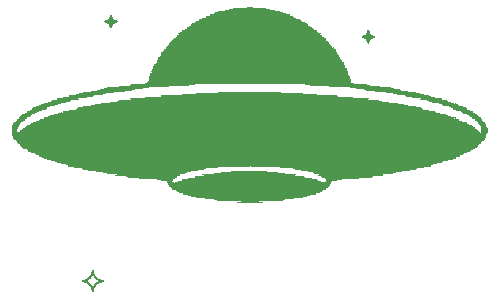
<source format=gts>
G04*
G04 #@! TF.GenerationSoftware,Altium Limited,Altium Designer,21.8.1 (53)*
G04*
G04 Layer_Color=8388736*
%FSLAX25Y25*%
%MOIN*%
G70*
G04*
G04 #@! TF.SameCoordinates,45F2FB6D-C354-490B-B6FA-590C3EB5E4E4*
G04*
G04*
G04 #@! TF.FilePolarity,Negative*
G04*
G01*
G75*
%ADD10C,0.00800*%
G36*
X156682Y165344D02*
X156175D01*
Y165243D01*
X158103D01*
Y165141D01*
X160945D01*
Y165040D01*
X161351D01*
Y164735D01*
X162163D01*
Y164634D01*
X163584D01*
Y164532D01*
X163889D01*
Y164228D01*
X164498D01*
Y164126D01*
X165716D01*
Y164025D01*
X165817D01*
Y163923D01*
X165716D01*
Y163822D01*
X165817D01*
Y163720D01*
X165919D01*
Y163822D01*
X166122D01*
Y163720D01*
X166731D01*
Y163619D01*
X167543D01*
Y163314D01*
X167644D01*
Y163213D01*
X168456D01*
Y163111D01*
X168862D01*
Y162502D01*
X169370D01*
Y162401D01*
X169878D01*
Y162096D01*
X169979D01*
Y161995D01*
X170080D01*
Y162096D01*
X170182D01*
Y161995D01*
X170791D01*
Y161893D01*
X170994D01*
Y161690D01*
X170893D01*
Y161589D01*
X171197D01*
Y161792D01*
X171096D01*
Y161893D01*
X171400D01*
Y161589D01*
X171502D01*
Y161487D01*
X172110D01*
Y161386D01*
X172415D01*
Y161081D01*
X172517D01*
Y160980D01*
X173024D01*
Y160574D01*
X173531D01*
Y160472D01*
X173937D01*
Y160168D01*
X174039D01*
Y160066D01*
X174648D01*
Y159965D01*
X174851D01*
Y159863D01*
X174952D01*
Y159965D01*
X175054D01*
Y159863D01*
X175156D01*
Y159762D01*
X175054D01*
Y159660D01*
X174952D01*
Y159762D01*
X174851D01*
Y159660D01*
X174750D01*
Y159457D01*
X175054D01*
Y159356D01*
X175257D01*
Y159254D01*
X175663D01*
Y158848D01*
X176171D01*
Y158747D01*
X176272D01*
Y158442D01*
X176577D01*
Y158341D01*
X176678D01*
Y158239D01*
X177084D01*
Y157934D01*
X177186D01*
Y157833D01*
X177795D01*
Y157731D01*
X177896D01*
Y157427D01*
X177998D01*
Y157325D01*
X178404D01*
Y156920D01*
X178810D01*
Y156818D01*
X178911D01*
Y156717D01*
X179216D01*
Y156514D01*
X178911D01*
Y156209D01*
X179114D01*
Y156310D01*
X179216D01*
Y156209D01*
X179317D01*
Y156107D01*
X179723D01*
Y155701D01*
X179825D01*
Y155600D01*
X180028D01*
Y155499D01*
X180129D01*
Y155600D01*
X180434D01*
Y155296D01*
X180535D01*
Y155194D01*
X180637D01*
Y155093D01*
X180941D01*
Y154788D01*
X181043D01*
Y154585D01*
X181449D01*
Y154179D01*
X181550D01*
Y154077D01*
X181652D01*
Y153773D01*
X181956D01*
Y153672D01*
X182058D01*
Y153570D01*
X182159D01*
Y153367D01*
X182058D01*
Y153062D01*
X182464D01*
Y152961D01*
X182565D01*
Y152555D01*
X182870D01*
Y152453D01*
X182971D01*
Y152048D01*
X183073D01*
Y151946D01*
X183377D01*
Y152048D01*
X183580D01*
Y151946D01*
X183682D01*
Y151540D01*
X183783D01*
Y151438D01*
X184189D01*
Y151032D01*
X184291D01*
Y150626D01*
X184595D01*
Y150525D01*
X184697D01*
Y149814D01*
X185103D01*
Y149408D01*
X185204D01*
Y149205D01*
X185306D01*
Y149104D01*
X185204D01*
Y149002D01*
X185306D01*
Y148901D01*
X185610D01*
Y148799D01*
X185712D01*
Y148292D01*
X186118D01*
Y147886D01*
X186219D01*
Y147378D01*
X186625D01*
Y147480D01*
X186727D01*
Y147378D01*
X186828D01*
Y146668D01*
X186930D01*
Y146160D01*
X187336D01*
Y145653D01*
X187437D01*
Y145247D01*
X187742D01*
Y145145D01*
X187843D01*
Y144638D01*
X187945D01*
Y144232D01*
X188249D01*
Y144130D01*
X188351D01*
Y143014D01*
X188452D01*
Y142912D01*
X188554D01*
Y143014D01*
X188757D01*
Y142506D01*
X188858D01*
Y141593D01*
X188960D01*
Y141491D01*
X189061D01*
Y141593D01*
X189163D01*
Y141491D01*
X189264D01*
Y140476D01*
X189366D01*
Y140273D01*
X190178D01*
Y140172D01*
X190279D01*
Y140273D01*
X190482D01*
Y140172D01*
X190584D01*
Y140070D01*
X190482D01*
Y139969D01*
X190888D01*
Y139867D01*
X193223D01*
Y139766D01*
X194745D01*
Y139664D01*
X194948D01*
Y139766D01*
X195050D01*
Y139563D01*
X194745D01*
Y139461D01*
X195557D01*
Y139360D01*
X197993D01*
Y139258D01*
X198095D01*
Y139360D01*
X198196D01*
Y139258D01*
X199516D01*
Y139055D01*
X199414D01*
Y138954D01*
X200023D01*
Y138852D01*
X202053D01*
Y138751D01*
X202764D01*
Y138446D01*
X203678D01*
Y138345D01*
X205200D01*
Y138243D01*
X205809D01*
Y137939D01*
X205708D01*
Y137837D01*
X205809D01*
Y137736D01*
X206012D01*
Y137634D01*
X207839D01*
Y137533D01*
X208347D01*
Y137228D01*
X209463D01*
Y137127D01*
X210986D01*
Y137025D01*
X211087D01*
Y136924D01*
X210986D01*
Y136822D01*
X211087D01*
Y136721D01*
X212305D01*
Y136619D01*
X212508D01*
Y136721D01*
X212610D01*
Y136619D01*
X213625D01*
Y136213D01*
X214640D01*
Y136112D01*
X215452D01*
Y135807D01*
X215858D01*
Y135706D01*
X216873D01*
Y135604D01*
X217380D01*
Y135300D01*
X217888D01*
Y135198D01*
X219410D01*
Y135097D01*
X219512D01*
Y134995D01*
X219613D01*
Y134894D01*
X219512D01*
Y134589D01*
X219918D01*
Y134488D01*
X220730D01*
Y134386D01*
X220831D01*
Y134488D01*
X221136D01*
Y134386D01*
X221237D01*
Y134082D01*
X221643D01*
Y133980D01*
X222658D01*
Y133574D01*
X223166D01*
Y133473D01*
X223775D01*
Y133371D01*
X223978D01*
Y133473D01*
X224282D01*
Y133371D01*
X224384D01*
Y133270D01*
X224282D01*
Y133168D01*
X224384D01*
Y133067D01*
X224891D01*
Y132965D01*
X225399D01*
Y132864D01*
X225703D01*
Y132762D01*
X225399D01*
Y132661D01*
X225805D01*
Y132559D01*
X226312D01*
Y132458D01*
X226718D01*
Y132153D01*
X226820D01*
Y132052D01*
X227530D01*
Y131950D01*
X227936D01*
Y131849D01*
X228038D01*
Y131747D01*
X227936D01*
Y131646D01*
X227632D01*
Y131443D01*
X228038D01*
Y131341D01*
X228545D01*
Y131240D01*
X228951D01*
Y130834D01*
X229459D01*
Y130732D01*
X229865D01*
Y130529D01*
X229763D01*
Y130631D01*
X229560D01*
Y130428D01*
X229966D01*
Y130326D01*
X230677D01*
Y129920D01*
X230880D01*
Y129819D01*
X230981D01*
Y129920D01*
X231083D01*
Y129819D01*
X231286D01*
Y129413D01*
X231692D01*
Y129311D01*
X232098D01*
Y128905D01*
X232301D01*
Y128804D01*
X232605D01*
Y128195D01*
X232707D01*
Y128093D01*
X233113D01*
Y127687D01*
X233214D01*
Y127586D01*
X233316D01*
Y127383D01*
X233214D01*
Y127281D01*
X233519D01*
Y127586D01*
X233722D01*
Y127281D01*
X233823D01*
Y127180D01*
X233925D01*
Y126672D01*
X234331D01*
Y125860D01*
X234432D01*
Y125556D01*
X234737D01*
Y125353D01*
X234635D01*
Y125454D01*
X234534D01*
Y125353D01*
X234432D01*
Y125048D01*
X234635D01*
Y125150D01*
X234737D01*
Y125048D01*
X234838D01*
Y123424D01*
X234737D01*
Y123119D01*
X234432D01*
Y122612D01*
X234331D01*
Y121800D01*
X233925D01*
Y121292D01*
X233823D01*
Y120887D01*
X233214D01*
Y120785D01*
X233113D01*
Y120379D01*
X232707D01*
Y120278D01*
X232605D01*
Y119871D01*
X232199D01*
Y119770D01*
X232098D01*
Y119668D01*
X232199D01*
Y119567D01*
X232098D01*
Y119465D01*
X231793D01*
Y119364D01*
X231692D01*
Y119263D01*
X231590D01*
Y118958D01*
X231692D01*
Y118857D01*
X231590D01*
Y118755D01*
X231286D01*
Y118653D01*
X230778D01*
Y118247D01*
X230575D01*
Y118146D01*
X230372D01*
Y118247D01*
X230068D01*
Y118146D01*
X229966D01*
Y117740D01*
X229459D01*
Y117638D01*
X229053D01*
Y117334D01*
X228951D01*
Y117232D01*
X228545D01*
Y117131D01*
X228038D01*
Y116928D01*
X228139D01*
Y116826D01*
X228038D01*
Y116725D01*
X227429D01*
Y116623D01*
X227226D01*
Y116725D01*
X226921D01*
Y116623D01*
X226820D01*
Y116319D01*
X226414D01*
Y116217D01*
X225805D01*
Y116116D01*
X225703D01*
Y116014D01*
X225602D01*
Y116116D01*
X225500D01*
Y115913D01*
X225805D01*
Y115608D01*
X225399D01*
Y115507D01*
X224891D01*
Y115405D01*
X224485D01*
Y115101D01*
X224282D01*
Y114999D01*
X223166D01*
Y114898D01*
X223064D01*
Y114796D01*
X223166D01*
Y114695D01*
X223064D01*
Y114593D01*
X222252D01*
Y114492D01*
X221643D01*
Y114390D01*
X221542D01*
Y114289D01*
X221643D01*
Y114187D01*
X221339D01*
Y114086D01*
X220425D01*
Y113984D01*
X220222D01*
Y114086D01*
X220121D01*
Y113984D01*
X219613D01*
Y113680D01*
X219512D01*
Y113578D01*
X218598D01*
Y113477D01*
X217888D01*
Y113172D01*
X217786D01*
Y113071D01*
X216771D01*
Y112969D01*
X215959D01*
Y112868D01*
X215858D01*
Y112766D01*
X215959D01*
Y112665D01*
X216162D01*
Y112766D01*
X216264D01*
Y112665D01*
X216365D01*
Y112462D01*
X215858D01*
Y112360D01*
X214234D01*
Y112259D01*
X213726D01*
Y111954D01*
X213219D01*
Y111853D01*
X212102D01*
Y111751D01*
X211899D01*
Y111853D01*
X211595D01*
Y111751D01*
X211392D01*
Y111650D01*
X211493D01*
Y111447D01*
X210986D01*
Y111345D01*
X209463D01*
Y111244D01*
X209159D01*
Y110939D01*
X207839D01*
Y110838D01*
X206722D01*
Y110736D01*
X206418D01*
Y110635D01*
X206722D01*
Y110533D01*
X206316D01*
Y110432D01*
X204185D01*
Y110330D01*
X203170D01*
Y110026D01*
X202764D01*
Y109924D01*
X200835D01*
Y109823D01*
X200734D01*
Y109924D01*
X200632D01*
Y109823D01*
X200023D01*
Y109721D01*
X199922D01*
Y109620D01*
X200023D01*
Y109315D01*
X199922D01*
Y109214D01*
X197790D01*
Y109112D01*
X196775D01*
Y108909D01*
X196877D01*
Y108808D01*
X196369D01*
Y108706D01*
X193223D01*
Y108605D01*
X191903D01*
Y108503D01*
X192005D01*
Y108300D01*
X190990D01*
Y108199D01*
X187437D01*
Y108097D01*
X186727D01*
Y107996D01*
X186828D01*
Y107793D01*
X184697D01*
Y107691D01*
X182971D01*
Y107285D01*
X182870D01*
Y107184D01*
X182565D01*
Y106676D01*
X182464D01*
Y106372D01*
X182565D01*
Y106169D01*
X182464D01*
Y105966D01*
X182058D01*
Y105560D01*
X181956D01*
Y105458D01*
X181652D01*
Y105154D01*
X181550D01*
Y105052D01*
X181449D01*
Y104951D01*
X181246D01*
Y105052D01*
X181144D01*
Y104951D01*
X181043D01*
Y104545D01*
X180535D01*
Y104443D01*
X179926D01*
Y104139D01*
X179723D01*
Y104037D01*
X178911D01*
Y103631D01*
X178302D01*
Y103530D01*
X177795D01*
Y102921D01*
X177084D01*
Y102819D01*
X176069D01*
Y102718D01*
X175765D01*
Y102413D01*
X174750D01*
Y102312D01*
X173430D01*
Y102007D01*
X173024D01*
Y101906D01*
X171502D01*
Y101804D01*
X170283D01*
Y101500D01*
X169878D01*
Y101398D01*
X167238D01*
Y101297D01*
X166629D01*
Y101195D01*
X166731D01*
Y100992D01*
X165310D01*
Y100891D01*
X160742D01*
Y100789D01*
X158814D01*
Y100688D01*
X157697D01*
Y100586D01*
X159727D01*
Y100485D01*
X160235D01*
Y100383D01*
X159930D01*
Y100282D01*
X151303D01*
Y100383D01*
X151201D01*
Y100485D01*
X151810D01*
Y100586D01*
X153028D01*
Y100688D01*
X152521D01*
Y100789D01*
X150389D01*
Y100891D01*
X145416D01*
Y100992D01*
X144502D01*
Y101297D01*
X143589D01*
Y101398D01*
X140949D01*
Y101500D01*
X140747D01*
Y101601D01*
X140848D01*
Y101703D01*
X140747D01*
Y101804D01*
X139630D01*
Y101906D01*
X137701D01*
Y102007D01*
X137600D01*
Y102109D01*
X137701D01*
Y102210D01*
X137600D01*
Y102312D01*
X136382D01*
Y102413D01*
X136281D01*
Y102312D01*
X136077D01*
Y102413D01*
X135063D01*
Y102718D01*
X134961D01*
Y102819D01*
X134047D01*
Y102921D01*
X133337D01*
Y103022D01*
X133235D01*
Y103124D01*
X133337D01*
Y103428D01*
X133235D01*
Y103530D01*
X132728D01*
Y103631D01*
X131916D01*
Y104037D01*
X131408D01*
Y104139D01*
X130901D01*
Y104545D01*
X130089D01*
Y104646D01*
X129784D01*
Y104951D01*
X129683D01*
Y105052D01*
X129277D01*
Y105154D01*
X129175D01*
Y105560D01*
X128769D01*
Y105661D01*
X128668D01*
Y105763D01*
X128769D01*
Y105864D01*
X128668D01*
Y106067D01*
X128262D01*
Y106778D01*
X128160D01*
Y107691D01*
X126029D01*
Y107793D01*
X124506D01*
Y107996D01*
X124608D01*
Y108097D01*
X123796D01*
Y108199D01*
X120142D01*
Y108300D01*
X118721D01*
Y108503D01*
X118822D01*
Y108605D01*
X118010D01*
Y108706D01*
X117909D01*
Y108605D01*
X117604D01*
Y108706D01*
X115067D01*
Y108808D01*
X114356D01*
Y109112D01*
X113240D01*
Y109214D01*
X111210D01*
Y109315D01*
X110702D01*
Y109417D01*
X110804D01*
Y109518D01*
X111108D01*
Y109620D01*
X111210D01*
Y109721D01*
X111108D01*
Y109823D01*
X110296D01*
Y109924D01*
X108571D01*
Y110026D01*
X108368D01*
Y109924D01*
X108063D01*
Y110026D01*
X107860D01*
Y110127D01*
X107962D01*
Y110330D01*
X106541D01*
Y110432D01*
X104409D01*
Y110533D01*
X104307D01*
Y110635D01*
X104409D01*
Y110736D01*
X104307D01*
Y110838D01*
X102988D01*
Y110939D01*
X101669D01*
Y111244D01*
X101567D01*
Y111345D01*
X100146D01*
Y111447D01*
X99638D01*
Y111751D01*
X99029D01*
Y111853D01*
X97608D01*
Y111954D01*
X97101D01*
Y112259D01*
X96593D01*
Y112360D01*
X94868D01*
Y112462D01*
X94766D01*
Y112665D01*
X94868D01*
Y112969D01*
X94360D01*
Y113071D01*
X93345D01*
Y113172D01*
X92635D01*
Y113375D01*
X92736D01*
Y113477D01*
X92229D01*
Y113578D01*
X91214D01*
Y113984D01*
X90706D01*
Y114086D01*
X89488D01*
Y114492D01*
X88575D01*
Y114593D01*
X87966D01*
Y114898D01*
X87661D01*
Y114999D01*
X87052D01*
Y115101D01*
X86342D01*
Y115405D01*
X86240D01*
Y115507D01*
X85428D01*
Y115608D01*
X85327D01*
Y115710D01*
X85225D01*
Y115811D01*
X85327D01*
Y116116D01*
X85225D01*
Y116217D01*
X85124D01*
Y116116D01*
X84921D01*
Y116217D01*
X84413D01*
Y116319D01*
X84210D01*
Y116522D01*
X84312D01*
Y116623D01*
X83906D01*
Y116725D01*
X83094D01*
Y116826D01*
X82688D01*
Y117131D01*
X82586D01*
Y117232D01*
X82079D01*
Y117334D01*
X81774D01*
Y117435D01*
X82079D01*
Y117537D01*
X81774D01*
Y117638D01*
X81673D01*
Y117740D01*
X81165D01*
Y118146D01*
X80658D01*
Y118247D01*
X80049D01*
Y118653D01*
X79541D01*
Y118755D01*
X79440D01*
Y119060D01*
X79541D01*
Y119263D01*
X79440D01*
Y119364D01*
X79034D01*
Y119465D01*
X78932D01*
Y119770D01*
X78628D01*
Y119871D01*
X78526D01*
Y119973D01*
X78425D01*
Y120278D01*
X78120D01*
Y120379D01*
X78019D01*
Y120785D01*
X77613D01*
Y120887D01*
X77511D01*
Y121292D01*
X76902D01*
Y121394D01*
X76801D01*
Y122003D01*
X76699D01*
Y122105D01*
X76801D01*
Y122511D01*
X76395D01*
Y123119D01*
X76293D01*
Y125657D01*
X76395D01*
Y126165D01*
X76699D01*
Y126266D01*
X76801D01*
Y126774D01*
X76902D01*
Y127180D01*
X77207D01*
Y127078D01*
X77410D01*
Y127180D01*
X77511D01*
Y127586D01*
X77613D01*
Y127687D01*
X78019D01*
Y128093D01*
X78120D01*
Y128195D01*
X78526D01*
Y128905D01*
X78932D01*
Y129007D01*
X79034D01*
Y129311D01*
X79440D01*
Y129413D01*
X79541D01*
Y129819D01*
X80049D01*
Y129920D01*
X80150D01*
Y130022D01*
X80252D01*
Y129920D01*
X80658D01*
Y130326D01*
X81165D01*
Y130428D01*
X81267D01*
Y130834D01*
X82079D01*
Y130935D01*
X82180D01*
Y131240D01*
X82586D01*
Y131341D01*
X83094D01*
Y131443D01*
X83195D01*
Y131646D01*
X83094D01*
Y131950D01*
X83195D01*
Y132052D01*
X84312D01*
Y132153D01*
X84413D01*
Y132255D01*
X84312D01*
Y132458D01*
X84515D01*
Y132559D01*
X84616D01*
Y132458D01*
X84718D01*
Y132559D01*
X85327D01*
Y132965D01*
X85936D01*
Y133067D01*
X86951D01*
Y133371D01*
X87052D01*
Y133473D01*
X87966D01*
Y133574D01*
X88473D01*
Y133777D01*
X88372D01*
Y133879D01*
X88473D01*
Y133980D01*
X89387D01*
Y134082D01*
X89590D01*
Y134386D01*
X89894D01*
Y134082D01*
X90097D01*
Y134285D01*
X89996D01*
Y134386D01*
X90199D01*
Y134488D01*
X91112D01*
Y134589D01*
X91315D01*
Y134792D01*
X91214D01*
Y135097D01*
X91620D01*
Y135198D01*
X92736D01*
Y135300D01*
X93447D01*
Y135503D01*
X93345D01*
Y135604D01*
X93954D01*
Y135706D01*
X94969D01*
Y135807D01*
X95071D01*
Y135706D01*
X95274D01*
Y135807D01*
X95375D01*
Y136112D01*
X95883D01*
Y136213D01*
X97202D01*
Y136315D01*
X97304D01*
Y136213D01*
X97405D01*
Y136315D01*
X97507D01*
Y136619D01*
X98522D01*
Y136721D01*
X99740D01*
Y137025D01*
X100146D01*
Y137127D01*
X101567D01*
Y137228D01*
X102785D01*
Y137431D01*
X102480D01*
Y137533D01*
X102988D01*
Y137634D01*
X104815D01*
Y137736D01*
X105526D01*
Y137837D01*
X105627D01*
Y137939D01*
X105526D01*
Y138243D01*
X105627D01*
Y138345D01*
X107150D01*
Y138446D01*
X108063D01*
Y138751D01*
X108774D01*
Y138852D01*
X110702D01*
Y138954D01*
X111920D01*
Y139055D01*
X111819D01*
Y139258D01*
X112834D01*
Y139360D01*
X115574D01*
Y139461D01*
X116082D01*
Y139766D01*
X117604D01*
Y139867D01*
X117909D01*
Y139766D01*
X118010D01*
Y139867D01*
X120243D01*
Y139969D01*
X120345D01*
Y139867D01*
X120548D01*
Y139969D01*
X120649D01*
Y140070D01*
X120548D01*
Y140172D01*
X120649D01*
Y140273D01*
X121360D01*
Y140375D01*
X121461D01*
Y140476D01*
X121664D01*
Y140375D01*
X121766D01*
Y140781D01*
X121867D01*
Y141999D01*
X121969D01*
Y142405D01*
X122172D01*
Y142303D01*
X122070D01*
Y142100D01*
X122273D01*
Y142506D01*
X122375D01*
Y143115D01*
X122476D01*
Y143217D01*
X122375D01*
Y143318D01*
X122476D01*
Y143420D01*
X122781D01*
Y143623D01*
X122882D01*
Y143826D01*
X122781D01*
Y144130D01*
X122882D01*
Y144739D01*
X123288D01*
Y145247D01*
X123390D01*
Y145754D01*
X123796D01*
Y146566D01*
X123897D01*
Y146668D01*
X123999D01*
Y146769D01*
X124100D01*
Y146668D01*
X124405D01*
Y146769D01*
X124506D01*
Y147378D01*
X124608D01*
Y147886D01*
X125014D01*
Y148393D01*
X125115D01*
Y148799D01*
X125318D01*
Y148698D01*
X125420D01*
Y148799D01*
X125521D01*
Y149307D01*
X125927D01*
Y149713D01*
X126029D01*
Y149916D01*
X126130D01*
Y150220D01*
X126029D01*
Y150423D01*
X126130D01*
Y150525D01*
X126536D01*
Y151032D01*
X126942D01*
Y151438D01*
X127044D01*
Y151540D01*
X127145D01*
Y151641D01*
X127247D01*
Y151540D01*
X127653D01*
Y151946D01*
X127754D01*
Y152149D01*
X127856D01*
Y152251D01*
X127754D01*
Y152352D01*
X127856D01*
Y152453D01*
X127957D01*
Y152352D01*
X128059D01*
Y152453D01*
X128160D01*
Y152555D01*
X128262D01*
Y152961D01*
X128668D01*
Y153062D01*
X128769D01*
Y153367D01*
X128668D01*
Y153570D01*
X128769D01*
Y153672D01*
X129074D01*
Y153773D01*
X129175D01*
Y154179D01*
X129581D01*
Y154280D01*
X129683D01*
Y154686D01*
X130089D01*
Y154788D01*
X130190D01*
Y155194D01*
X130901D01*
Y155600D01*
X131002D01*
Y155701D01*
X131104D01*
Y155600D01*
X131307D01*
Y155701D01*
X131408D01*
Y156107D01*
X131814D01*
Y156209D01*
X131916D01*
Y156514D01*
X131814D01*
Y156717D01*
X131916D01*
Y156818D01*
X132322D01*
Y156920D01*
X132423D01*
Y157325D01*
X132829D01*
Y157427D01*
X132931D01*
Y157528D01*
X133032D01*
Y157427D01*
X133235D01*
Y157630D01*
X132931D01*
Y157731D01*
X133235D01*
Y157833D01*
X133438D01*
Y157934D01*
X133641D01*
Y157833D01*
X133946D01*
Y157934D01*
X134047D01*
Y158341D01*
X134555D01*
Y158747D01*
X134657D01*
Y158848D01*
X134758D01*
Y158747D01*
X134961D01*
Y158848D01*
X135063D01*
Y158949D01*
X135164D01*
Y159254D01*
X135266D01*
Y159152D01*
X135367D01*
Y159254D01*
X135570D01*
Y159356D01*
X135976D01*
Y159457D01*
X136077D01*
Y159559D01*
X135976D01*
Y159965D01*
X136382D01*
Y160066D01*
X136687D01*
Y160168D01*
X136788D01*
Y160066D01*
X137092D01*
Y160168D01*
X137194D01*
Y160269D01*
X137092D01*
Y160371D01*
X137194D01*
Y160472D01*
X137600D01*
Y160574D01*
X137803D01*
Y160980D01*
X137905D01*
Y160878D01*
X138108D01*
Y160980D01*
X138311D01*
Y161081D01*
X138412D01*
Y160980D01*
X138514D01*
Y161081D01*
X138716D01*
Y161487D01*
X139529D01*
Y161589D01*
X139732D01*
Y161690D01*
X139630D01*
Y161893D01*
X140340D01*
Y161995D01*
X140848D01*
Y162096D01*
X140949D01*
Y162401D01*
X141356D01*
Y162502D01*
X141863D01*
Y162604D01*
X142269D01*
Y162807D01*
X142168D01*
Y162908D01*
X142066D01*
Y162807D01*
X141965D01*
Y163111D01*
X142066D01*
Y163010D01*
X142168D01*
Y163111D01*
X142371D01*
Y163213D01*
X143487D01*
Y163314D01*
X143589D01*
Y163619D01*
X144096D01*
Y163720D01*
X145010D01*
Y163822D01*
X145111D01*
Y163923D01*
X145010D01*
Y164025D01*
X145111D01*
Y164126D01*
X146228D01*
Y164228D01*
X147141D01*
Y164329D01*
X147243D01*
Y164431D01*
X147141D01*
Y164532D01*
X147243D01*
Y164634D01*
X148664D01*
Y164735D01*
X149476D01*
Y164938D01*
X149374D01*
Y165040D01*
X149882D01*
Y165141D01*
X152622D01*
Y165243D01*
X154957D01*
Y165344D01*
X154551D01*
Y165446D01*
X154449D01*
Y165547D01*
X156682D01*
Y165344D01*
D02*
G37*
G36*
X109376Y162221D02*
X109674Y161500D01*
X110226Y160948D01*
X110947Y160650D01*
X111337Y160611D01*
X110947Y160573D01*
X110226Y160274D01*
X109674Y159722D01*
X109376Y159001D01*
X109337Y158611D01*
X109299Y159001D01*
X109000Y159722D01*
X108448Y160274D01*
X107727Y160573D01*
X107337Y160611D01*
X107727Y160650D01*
X108448Y160948D01*
X109000Y161500D01*
X109299Y162221D01*
X109337Y162611D01*
X109376Y162221D01*
D02*
G37*
G36*
X195163Y157138D02*
X195461Y156417D01*
X196013Y155865D01*
X196734Y155566D01*
X197124Y155528D01*
X196734Y155490D01*
X196013Y155191D01*
X195461Y154639D01*
X195163Y153918D01*
X195124Y153528D01*
X195086Y153918D01*
X194787Y154639D01*
X194236Y155191D01*
X193515Y155490D01*
X193124Y155528D01*
X193515Y155566D01*
X194236Y155865D01*
X194787Y156417D01*
X195086Y157138D01*
X195124Y157528D01*
X195163Y157138D01*
D02*
G37*
%LPC*%
G36*
X135367Y159051D02*
X135266D01*
Y158949D01*
X135367D01*
Y159051D01*
D02*
G37*
G36*
X180129Y155397D02*
X180028D01*
Y155296D01*
X180129D01*
Y155397D01*
D02*
G37*
G36*
X181246Y154382D02*
X181144D01*
Y154280D01*
X181246D01*
Y154382D01*
D02*
G37*
G36*
X125420Y148596D02*
X125318D01*
Y148495D01*
X125420D01*
Y148596D01*
D02*
G37*
G36*
X199211Y139055D02*
X198907D01*
Y138954D01*
X199211D01*
Y139055D01*
D02*
G37*
G36*
X108571Y138649D02*
X108368D01*
Y138446D01*
X108571D01*
Y138649D01*
D02*
G37*
G36*
X170791Y139867D02*
X140340D01*
Y139766D01*
X137194D01*
Y139563D01*
X137295D01*
Y139461D01*
X135468D01*
Y139360D01*
X129784D01*
Y139258D01*
X128262D01*
Y139157D01*
X128668D01*
Y138954D01*
X126029D01*
Y138852D01*
X122781D01*
Y138751D01*
X121969D01*
Y138649D01*
X122273D01*
Y138548D01*
X121969D01*
Y138446D01*
X120142D01*
Y138345D01*
X118112D01*
Y138243D01*
X117807D01*
Y138345D01*
X117604D01*
Y138243D01*
X117401D01*
Y138040D01*
X117503D01*
Y137939D01*
X117706D01*
Y137837D01*
X117503D01*
Y137736D01*
X116488D01*
Y137634D01*
X113950D01*
Y137533D01*
X113747D01*
Y137431D01*
X113849D01*
Y137330D01*
X113747D01*
Y137228D01*
X111920D01*
Y137127D01*
X110195D01*
Y137025D01*
X110093D01*
Y136822D01*
X109687D01*
Y136721D01*
X107556D01*
Y136619D01*
X106541D01*
Y136518D01*
X106439D01*
Y136416D01*
X106541D01*
Y136315D01*
X106134D01*
Y136213D01*
X104307D01*
Y136112D01*
X103800D01*
Y135807D01*
X103394D01*
Y135706D01*
X101669D01*
Y135604D01*
X101161D01*
Y135503D01*
X101262D01*
Y135401D01*
X101161D01*
Y135300D01*
X100248D01*
Y135198D01*
X98928D01*
Y135097D01*
X98420D01*
Y134894D01*
X98522D01*
Y134792D01*
X98623D01*
Y134691D01*
X98522D01*
Y134589D01*
X98014D01*
Y134488D01*
X96593D01*
Y134386D01*
X96492D01*
Y134082D01*
X96086D01*
Y134285D01*
X96187D01*
Y134386D01*
X95984D01*
Y134082D01*
X95781D01*
Y133980D01*
X94766D01*
Y133879D01*
X94360D01*
Y133777D01*
X94462D01*
Y133676D01*
X94360D01*
Y133574D01*
X93751D01*
Y133473D01*
X92635D01*
Y133371D01*
X92533D01*
Y133270D01*
X92635D01*
Y133168D01*
X92533D01*
Y133067D01*
X91518D01*
Y132965D01*
X91417D01*
Y133067D01*
X91315D01*
Y132965D01*
X90706D01*
Y132661D01*
X90605D01*
Y132559D01*
X89488D01*
Y132458D01*
X88981D01*
Y132153D01*
X88879D01*
Y132052D01*
X88067D01*
Y131950D01*
X87966D01*
Y131849D01*
X87864D01*
Y131747D01*
X87966D01*
Y131443D01*
X87560D01*
Y131341D01*
X86951D01*
Y131240D01*
X86342D01*
Y130935D01*
X85936D01*
Y130834D01*
X85327D01*
Y130732D01*
X85225D01*
Y130428D01*
X84819D01*
Y130326D01*
X84312D01*
Y130225D01*
X84007D01*
Y130022D01*
X83906D01*
Y129920D01*
X83703D01*
Y129819D01*
X83500D01*
Y129920D01*
X83297D01*
Y129819D01*
X83094D01*
Y129514D01*
X82992D01*
Y129413D01*
X82891D01*
Y129514D01*
X82789D01*
Y129413D01*
X82586D01*
Y129311D01*
X82180D01*
Y129007D01*
X82079D01*
Y128905D01*
X81571D01*
Y128804D01*
X81267D01*
Y128702D01*
X81165D01*
Y128499D01*
X81267D01*
Y128296D01*
X81165D01*
Y128195D01*
X80759D01*
Y128093D01*
X80658D01*
Y127687D01*
X79947D01*
Y127281D01*
X79541D01*
Y127180D01*
X79440D01*
Y126774D01*
X79034D01*
Y126571D01*
X78932D01*
Y126266D01*
X78628D01*
Y126165D01*
X78526D01*
Y125556D01*
X78425D01*
Y125353D01*
X78526D01*
Y125150D01*
X78425D01*
Y124947D01*
X78120D01*
Y124033D01*
X78932D01*
Y124135D01*
X79034D01*
Y124439D01*
X79135D01*
Y124540D01*
X79541D01*
Y124947D01*
X80049D01*
Y125048D01*
X80658D01*
Y125657D01*
X81064D01*
Y125759D01*
X81267D01*
Y126165D01*
X81470D01*
Y126063D01*
X81571D01*
Y126165D01*
X81774D01*
Y126266D01*
X82180D01*
Y126571D01*
X82282D01*
Y126672D01*
X82789D01*
Y126774D01*
X82891D01*
Y126672D01*
X82992D01*
Y126774D01*
X83195D01*
Y127078D01*
X83297D01*
Y127180D01*
X83500D01*
Y127078D01*
X83703D01*
Y127180D01*
X84312D01*
Y127281D01*
X84413D01*
Y127586D01*
X84819D01*
Y127687D01*
X85428D01*
Y127789D01*
X85733D01*
Y128093D01*
X85936D01*
Y128195D01*
X86951D01*
Y128296D01*
X87052D01*
Y128499D01*
X86951D01*
Y128702D01*
X87052D01*
Y128804D01*
X87458D01*
Y128905D01*
X88169D01*
Y129007D01*
X88270D01*
Y128905D01*
X88372D01*
Y129007D01*
X88473D01*
Y129311D01*
X89082D01*
Y129413D01*
X90199D01*
Y129819D01*
X91214D01*
Y129920D01*
X91721D01*
Y130326D01*
X92736D01*
Y130428D01*
X93041D01*
Y130326D01*
X93244D01*
Y130428D01*
X93447D01*
Y130732D01*
X93853D01*
Y130834D01*
X94969D01*
Y130935D01*
X95071D01*
Y130834D01*
X95172D01*
Y130935D01*
X95375D01*
Y131240D01*
X96492D01*
Y131341D01*
X97507D01*
Y131443D01*
X98014D01*
Y131646D01*
X97913D01*
Y131747D01*
X97608D01*
Y131849D01*
X97913D01*
Y131950D01*
X98420D01*
Y132052D01*
X99740D01*
Y132153D01*
X100146D01*
Y132458D01*
X100755D01*
Y132559D01*
X102379D01*
Y132661D01*
X102785D01*
Y132965D01*
X103902D01*
Y133067D01*
X105526D01*
Y133168D01*
X105627D01*
Y133371D01*
X105931D01*
Y133473D01*
X107556D01*
Y133574D01*
X108875D01*
Y133676D01*
X108977D01*
Y133574D01*
X109078D01*
Y133777D01*
X108774D01*
Y133879D01*
X109281D01*
Y133980D01*
X111210D01*
Y134082D01*
X112022D01*
Y134183D01*
X111920D01*
Y134386D01*
X112834D01*
Y134488D01*
X115168D01*
Y134589D01*
X115980D01*
Y134691D01*
X116082D01*
Y134792D01*
X115980D01*
Y134894D01*
X115574D01*
Y135097D01*
X116488D01*
Y135198D01*
X119330D01*
Y135300D01*
X119431D01*
Y135198D01*
X119634D01*
Y135300D01*
X120751D01*
Y135401D01*
X120649D01*
Y135604D01*
X122375D01*
Y135706D01*
X125927D01*
Y135807D01*
X126130D01*
Y136112D01*
X128668D01*
Y136213D01*
X132728D01*
Y136315D01*
X132931D01*
Y136416D01*
X132829D01*
Y136518D01*
X132931D01*
Y136619D01*
X137701D01*
Y136721D01*
X143589D01*
Y136822D01*
X144096D01*
Y136924D01*
X143589D01*
Y137025D01*
X145010D01*
Y137127D01*
X166122D01*
Y137025D01*
X167238D01*
Y136924D01*
X166731D01*
Y136822D01*
X167238D01*
Y136721D01*
X167441D01*
Y136822D01*
X167543D01*
Y136721D01*
X173430D01*
Y136619D01*
X177896D01*
Y136315D01*
X178302D01*
Y136213D01*
X182464D01*
Y136112D01*
X184595D01*
Y135909D01*
X184291D01*
Y135807D01*
X185103D01*
Y135706D01*
X188452D01*
Y135604D01*
X188554D01*
Y135706D01*
X188757D01*
Y135604D01*
X190178D01*
Y135503D01*
X190076D01*
Y135300D01*
X191497D01*
Y135198D01*
X194644D01*
Y135097D01*
X195253D01*
Y134894D01*
X195151D01*
Y134792D01*
X195050D01*
Y134691D01*
X195151D01*
Y134589D01*
X195659D01*
Y134488D01*
X198298D01*
Y134386D01*
X198805D01*
Y134082D01*
X199516D01*
Y133980D01*
X201546D01*
Y133879D01*
X202053D01*
Y133777D01*
X201952D01*
Y133676D01*
X202053D01*
Y133574D01*
X203272D01*
Y133473D01*
X205099D01*
Y133371D01*
X205301D01*
Y133270D01*
X205200D01*
Y133168D01*
X205301D01*
Y133067D01*
X205504D01*
Y133168D01*
X205809D01*
Y133067D01*
X206926D01*
Y132965D01*
X208347D01*
Y132661D01*
X208448D01*
Y132559D01*
X208651D01*
Y132661D01*
X208956D01*
Y132559D01*
X210072D01*
Y132458D01*
X210986D01*
Y132255D01*
X210884D01*
Y132153D01*
X210986D01*
Y132052D01*
X212711D01*
Y131950D01*
X213117D01*
Y131849D01*
X213219D01*
Y131747D01*
X213117D01*
Y131646D01*
X212813D01*
Y131443D01*
X212914D01*
Y131544D01*
X213016D01*
Y131443D01*
X213219D01*
Y131341D01*
X214538D01*
Y131240D01*
X215452D01*
Y130935D01*
X215858D01*
Y130834D01*
X216974D01*
Y130732D01*
X217076D01*
Y130834D01*
X217177D01*
Y130732D01*
X217380D01*
Y130428D01*
X217786D01*
Y130326D01*
X219106D01*
Y130225D01*
X219207D01*
Y130123D01*
X219106D01*
Y129920D01*
X219309D01*
Y130022D01*
X219410D01*
Y129920D01*
X219918D01*
Y129819D01*
X220628D01*
Y129717D01*
X220933D01*
Y129819D01*
X221034D01*
Y129717D01*
X221136D01*
Y129413D01*
X221745D01*
Y129311D01*
X222658D01*
Y128905D01*
X223572D01*
Y128804D01*
X224282D01*
Y128702D01*
X224384D01*
Y128601D01*
X224282D01*
Y128499D01*
X224181D01*
Y128296D01*
X224282D01*
Y128195D01*
X224891D01*
Y128093D01*
X225399D01*
Y127687D01*
X225906D01*
Y127586D01*
X226414D01*
Y127281D01*
X226718D01*
Y127180D01*
X227530D01*
Y127078D01*
X227936D01*
Y126774D01*
X228038D01*
Y126672D01*
X228545D01*
Y126571D01*
X228647D01*
Y126266D01*
X228748D01*
Y126368D01*
X228850D01*
Y126266D01*
X229053D01*
Y126165D01*
X229459D01*
Y126063D01*
X229560D01*
Y125962D01*
X229459D01*
Y125860D01*
X229560D01*
Y125759D01*
X229966D01*
Y125657D01*
X230677D01*
Y125048D01*
X230778D01*
Y124947D01*
X231184D01*
Y124845D01*
X231286D01*
Y124743D01*
X231184D01*
Y124642D01*
X231286D01*
Y124540D01*
X231692D01*
Y124439D01*
X231793D01*
Y124135D01*
X232098D01*
Y124033D01*
X232199D01*
Y123932D01*
X232301D01*
Y123627D01*
X232504D01*
Y123932D01*
X232605D01*
Y124033D01*
X232707D01*
Y125150D01*
X232605D01*
Y125353D01*
X232707D01*
Y125556D01*
X232605D01*
Y125759D01*
X232301D01*
Y125860D01*
X232199D01*
Y126266D01*
X232098D01*
Y126672D01*
X231692D01*
Y127078D01*
X231590D01*
Y127180D01*
X231184D01*
Y127586D01*
X231083D01*
Y127687D01*
X230677D01*
Y128093D01*
X230068D01*
Y128195D01*
X229560D01*
Y128804D01*
X229459D01*
Y128905D01*
X229053D01*
Y129007D01*
X228951D01*
Y129311D01*
X228545D01*
Y129413D01*
X228038D01*
Y129819D01*
X227530D01*
Y129920D01*
X226820D01*
Y130326D01*
X226312D01*
Y130428D01*
X225805D01*
Y130631D01*
X225906D01*
Y130732D01*
X225805D01*
Y130834D01*
X224891D01*
Y130935D01*
X224485D01*
Y131240D01*
X224384D01*
Y131341D01*
X223267D01*
Y131443D01*
X223166D01*
Y131950D01*
X223064D01*
Y132052D01*
X222963D01*
Y131950D01*
X222760D01*
Y132052D01*
X222151D01*
Y132153D01*
X221745D01*
Y132356D01*
X221846D01*
Y132458D01*
X221643D01*
Y132559D01*
X220425D01*
Y132661D01*
X220019D01*
Y132762D01*
X220121D01*
Y132864D01*
X220019D01*
Y132965D01*
X219512D01*
Y133067D01*
X218497D01*
Y133473D01*
X218091D01*
Y133371D01*
X217989D01*
Y133473D01*
X217380D01*
Y133574D01*
X216365D01*
Y133980D01*
X215350D01*
Y134082D01*
X214538D01*
Y134285D01*
X214640D01*
Y134386D01*
X214132D01*
Y134488D01*
X213117D01*
Y134589D01*
X212204D01*
Y134792D01*
X212305D01*
Y134894D01*
X212711D01*
Y134995D01*
X212610D01*
Y135097D01*
X212204D01*
Y135198D01*
X210478D01*
Y135300D01*
X209565D01*
Y135503D01*
X209666D01*
Y135604D01*
X209463D01*
Y135706D01*
X209260D01*
Y135604D01*
X209159D01*
Y135706D01*
X207737D01*
Y135807D01*
X207230D01*
Y135909D01*
X207331D01*
Y136112D01*
X206722D01*
Y136213D01*
X204693D01*
Y136315D01*
X204591D01*
Y136619D01*
X203272D01*
Y136721D01*
X201444D01*
Y136822D01*
X201038D01*
Y136924D01*
X201140D01*
Y137025D01*
X201038D01*
Y137127D01*
X198907D01*
Y137228D01*
X197384D01*
Y137330D01*
X197283D01*
Y137431D01*
X197384D01*
Y137533D01*
X196877D01*
Y137634D01*
X194339D01*
Y137736D01*
X193223D01*
Y138040D01*
X193629D01*
Y138243D01*
X193223D01*
Y138345D01*
X190990D01*
Y138446D01*
X188858D01*
Y138548D01*
X188757D01*
Y138649D01*
X188858D01*
Y138751D01*
X188351D01*
Y138852D01*
X184697D01*
Y138954D01*
X182058D01*
Y139157D01*
X182464D01*
Y139258D01*
X181043D01*
Y139360D01*
X175562D01*
Y139461D01*
X175460D01*
Y139360D01*
X175257D01*
Y139461D01*
X173531D01*
Y139563D01*
X173836D01*
Y139664D01*
X173937D01*
Y139766D01*
X170791D01*
Y139867D01*
D02*
G37*
G36*
X205504Y138040D02*
X205301D01*
Y137939D01*
X205200D01*
Y137837D01*
X205301D01*
Y137736D01*
X205504D01*
Y137837D01*
X205606D01*
Y137939D01*
X205504D01*
Y138040D01*
D02*
G37*
G36*
X109890Y137025D02*
X109789D01*
Y136924D01*
X109890D01*
Y137025D01*
D02*
G37*
G36*
X126435Y135909D02*
X126333D01*
Y135807D01*
X126435D01*
Y135909D01*
D02*
G37*
G36*
X105931Y133270D02*
X105830D01*
Y133168D01*
X105931D01*
Y133270D01*
D02*
G37*
G36*
X228748Y131037D02*
X228647D01*
Y130935D01*
X228748D01*
Y131037D01*
D02*
G37*
G36*
X85124Y130732D02*
X85022D01*
Y130631D01*
X85124D01*
Y130732D01*
D02*
G37*
G36*
X93751Y130529D02*
X93650D01*
Y130428D01*
X93751D01*
Y130529D01*
D02*
G37*
G36*
X220831Y129616D02*
X220628D01*
Y129514D01*
X220831D01*
Y129616D01*
D02*
G37*
G36*
X224079Y128499D02*
X223775D01*
Y128296D01*
X224079D01*
Y128499D01*
D02*
G37*
G36*
X227733Y126875D02*
X227632D01*
Y126774D01*
X227733D01*
Y126875D01*
D02*
G37*
G36*
X221440Y114390D02*
X221339D01*
Y114289D01*
X221440D01*
Y114390D01*
D02*
G37*
G36*
X156073Y112462D02*
X155769D01*
Y112360D01*
X146837D01*
Y112259D01*
X145010D01*
Y111954D01*
X144096D01*
Y111853D01*
X141356D01*
Y111751D01*
X140848D01*
Y111650D01*
X140949D01*
Y111447D01*
X140340D01*
Y111345D01*
X138514D01*
Y111244D01*
X138412D01*
Y111345D01*
X138311D01*
Y111244D01*
X138209D01*
Y110939D01*
X137194D01*
Y110838D01*
X135976D01*
Y110736D01*
X135874D01*
Y110635D01*
X135976D01*
Y110533D01*
X135570D01*
Y110432D01*
X134555D01*
Y110330D01*
X134047D01*
Y110026D01*
X133844D01*
Y109924D01*
X133743D01*
Y110026D01*
X133438D01*
Y109924D01*
X132728D01*
Y109823D01*
X132322D01*
Y109518D01*
X132423D01*
Y109315D01*
X132322D01*
Y109214D01*
X131814D01*
Y109112D01*
X131408D01*
Y108808D01*
X131307D01*
Y108706D01*
X130901D01*
Y108605D01*
X130799D01*
Y108300D01*
X130190D01*
Y108199D01*
X130089D01*
Y107691D01*
X129784D01*
Y107590D01*
X129683D01*
Y107387D01*
X129784D01*
Y107285D01*
X130089D01*
Y107184D01*
X130190D01*
Y106879D01*
X130292D01*
Y106778D01*
X130799D01*
Y107082D01*
X130901D01*
Y107184D01*
X131408D01*
Y107285D01*
X131814D01*
Y107590D01*
X131916D01*
Y107691D01*
X132829D01*
Y107793D01*
X132931D01*
Y108097D01*
X133337D01*
Y108199D01*
X134555D01*
Y108300D01*
X134961D01*
Y108605D01*
X135570D01*
Y108706D01*
X137194D01*
Y108808D01*
X137295D01*
Y108909D01*
X137194D01*
Y109011D01*
X137295D01*
Y109112D01*
X138615D01*
Y109214D01*
X139732D01*
Y109315D01*
X140340D01*
Y109518D01*
X140239D01*
Y109620D01*
X140036D01*
Y109518D01*
X139732D01*
Y109823D01*
X140036D01*
Y109721D01*
X140239D01*
Y109823D01*
X140949D01*
Y109924D01*
X143081D01*
Y110026D01*
X143589D01*
Y110127D01*
X143487D01*
Y110229D01*
X143589D01*
Y110330D01*
X145619D01*
Y110432D01*
X145822D01*
Y110330D01*
X146126D01*
Y110432D01*
X149476D01*
Y110533D01*
X149882D01*
Y110635D01*
X149476D01*
Y110736D01*
X150795D01*
Y110838D01*
X160336D01*
Y110736D01*
X161250D01*
Y110635D01*
X160844D01*
Y110533D01*
X161250D01*
Y110432D01*
X164599D01*
Y110330D01*
X164802D01*
Y110432D01*
X165107D01*
Y110330D01*
X167238D01*
Y110026D01*
X167644D01*
Y109924D01*
X169878D01*
Y109823D01*
X170791D01*
Y109721D01*
X170893D01*
Y109518D01*
X170791D01*
Y109315D01*
X170893D01*
Y109214D01*
X172415D01*
Y109112D01*
X173531D01*
Y109011D01*
X173836D01*
Y108909D01*
X173531D01*
Y108808D01*
X173937D01*
Y108706D01*
X175257D01*
Y108605D01*
X176171D01*
Y108300D01*
X176272D01*
Y108199D01*
X176374D01*
Y108300D01*
X176475D01*
Y108199D01*
X177795D01*
Y108097D01*
X177896D01*
Y107793D01*
X178302D01*
Y107691D01*
X178911D01*
Y107590D01*
X179216D01*
Y107285D01*
X179419D01*
Y107184D01*
X179926D01*
Y107082D01*
X180129D01*
Y107184D01*
X180738D01*
Y107082D01*
X180941D01*
Y107184D01*
X181043D01*
Y108097D01*
X180941D01*
Y108199D01*
X180535D01*
Y108605D01*
X180434D01*
Y108706D01*
X180231D01*
Y108605D01*
X179926D01*
Y108706D01*
X179723D01*
Y108808D01*
X179419D01*
Y109112D01*
X179216D01*
Y109214D01*
X179114D01*
Y109112D01*
X179013D01*
Y109214D01*
X178505D01*
Y109315D01*
X178404D01*
Y109620D01*
X178505D01*
Y109721D01*
X178404D01*
Y109823D01*
X178302D01*
Y109924D01*
X177186D01*
Y110026D01*
X177084D01*
Y110330D01*
X176577D01*
Y110432D01*
X175257D01*
Y110533D01*
X175156D01*
Y110838D01*
X173937D01*
Y110939D01*
X172923D01*
Y111041D01*
X172720D01*
Y110939D01*
X172618D01*
Y111244D01*
X172517D01*
Y111345D01*
X170791D01*
Y111447D01*
X169878D01*
Y111751D01*
X169776D01*
Y111853D01*
X166731D01*
Y111954D01*
X165716D01*
Y112157D01*
X166122D01*
Y112259D01*
X163990D01*
Y112360D01*
X156073D01*
Y112462D01*
D02*
G37*
G36*
X172923Y111244D02*
X172720D01*
Y111142D01*
X172923D01*
Y111244D01*
D02*
G37*
G36*
X179723Y109011D02*
X179622D01*
Y108909D01*
X179723D01*
Y109011D01*
D02*
G37*
G36*
X119127Y108605D02*
X118924D01*
Y108503D01*
X119127D01*
Y108605D01*
D02*
G37*
G36*
X186524Y108097D02*
X186219D01*
Y107996D01*
X186524D01*
Y108097D01*
D02*
G37*
G36*
X179114Y107488D02*
X179013D01*
Y107387D01*
X179114D01*
Y107488D01*
D02*
G37*
G36*
X180941Y106981D02*
X180738D01*
Y106879D01*
X180941D01*
Y106981D01*
D02*
G37*
G36*
X177490Y103428D02*
X177287D01*
Y103225D01*
X177490D01*
Y103428D01*
D02*
G37*
G36*
X173227Y102210D02*
X173126D01*
Y102109D01*
X173227D01*
Y102210D01*
D02*
G37*
%LPD*%
D10*
X109299Y162669D02*
G03*
X111299Y160669I2000J0D01*
G01*
D02*
G03*
X109299Y158669I0J-2000D01*
G01*
X107299Y160669D02*
G03*
X109299Y162669I0J2000D01*
G01*
Y158669D02*
G03*
X107299Y160669I-2000J0D01*
G01*
X103279Y77663D02*
G03*
X106779Y74164I3500J-0D01*
G01*
X106779Y74164D02*
G03*
X103279Y70663I-0J-3500D01*
G01*
X99779Y74164D02*
G03*
X103279Y77663I0J3500D01*
G01*
Y70663D02*
G03*
X99779Y74164I-3500J0D01*
G01*
X103241Y77721D02*
G03*
X106741Y74221I3500J-0D01*
G01*
X106741Y74221D02*
G03*
X103241Y70721I-0J-3500D01*
G01*
X99741Y74221D02*
G03*
X103241Y77721I0J3500D01*
G01*
Y70721D02*
G03*
X99741Y74221I-3500J0D01*
G01*
X195086Y157586D02*
G03*
X197086Y155586I2000J0D01*
G01*
D02*
G03*
X195086Y153586I0J-2000D01*
G01*
X193086Y155586D02*
G03*
X195086Y157586I0J2000D01*
G01*
Y153586D02*
G03*
X193086Y155586I-2000J0D01*
G01*
M02*

</source>
